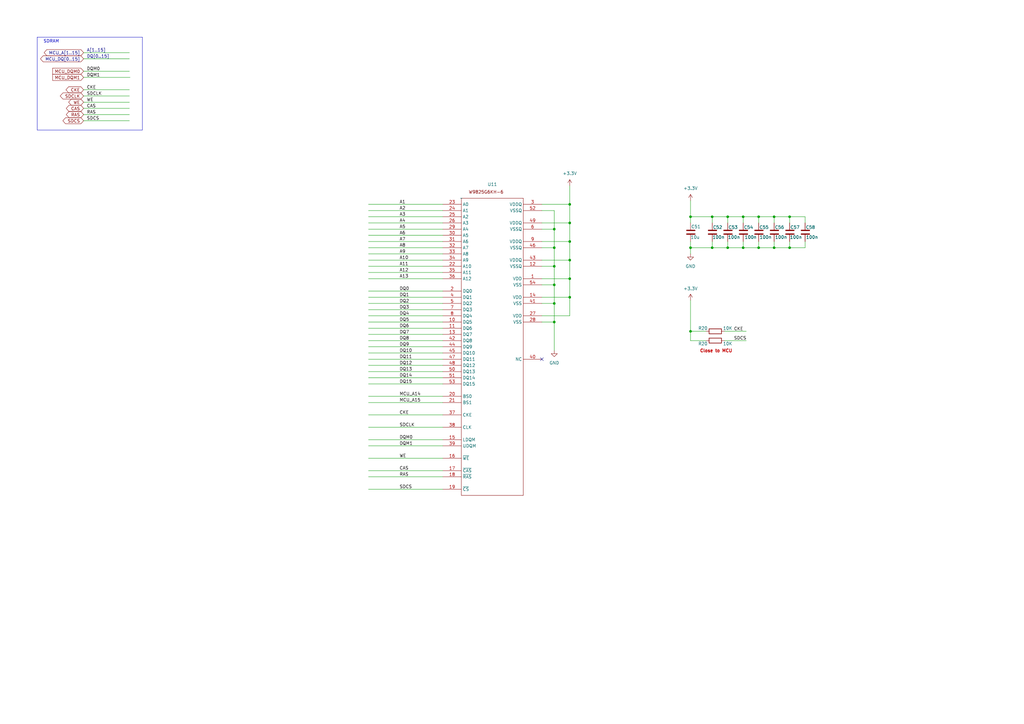
<source format=kicad_sch>
(kicad_sch (version 20230121) (generator eeschema)
  (paper "A3")
  (lib_symbols
    (symbol "RA8:Cap_2" (pin_numbers hide) (pin_names hide)
      (property "Reference" "C10" (at 2.54 -1.27 90))
      (property "Value" "10u" (at 1.2699 2.54 90))
      (symbol "Cap_2_0_1"
        (polyline (pts (xy -0.762 -1.778) (xy -0.762 1.524)) (stroke (width 0.5)))
        (polyline (pts (xy 0.762 -1.778) (xy 0.762 1.524)) (stroke (width 0.5)))
      )
      (symbol "Cap_2_1_1"
        (pin passive line (at -3.81 0 0) (length 2.8) (name "~") (number "1"))
        (pin passive line (at 3.81 0 180) (length 2.8) (name "~") (number "2"))
      )
    )
    (symbol "RA8:Res" (pin_numbers hide) (pin_names hide)
      (property "Reference" "R1" (at -5.08 1.27 0))
      (property "Comment" "10K/1%" (at 7.62 1.27 0))
      (symbol "Res_0_1"
        (rectangle (start -2.54 1.016) (end 2.54 -1.016) (stroke (width 0.254)))
      )
      (symbol "Res_1_1"
        (pin passive line (at -3.81 0 0) (length 1.27) (name "~") (number "1"))
        (pin passive line (at 3.81 0 180) (length 1.27) (name "~") (number "2"))
      )
    )
    (symbol "RA8:W9825G6KH-6"
      (property "Reference" "U" (at 0 0 0))
      (symbol "W9825G6KH-6_0_1"
        (rectangle (start 0 0) (end 25.4 -121.92))
      )
      (symbol "W9825G6KH-6_1_1"
        (text "W9825G6KH-6\n" (at 10.16 2.54 0) (effects (font (size 1.27 1.27))))
        (pin input line (at 33.02 -33.02 180) (length 7.62) (name "VDD") (number "1"))
        (pin input line (at -7.62 -50.8 0) (length 7.62) (name "DQ5") (number "10"))
        (pin input line (at -7.62 -53.34 0) (length 7.62) (name "DQ6") (number "11"))
        (pin input line (at 33.02 -27.94 180) (length 7.62) (name "VSSQ") (number "12"))
        (pin input line (at -7.62 -55.88 0) (length 7.62) (name "DQ7") (number "13"))
        (pin input line (at 33.02 -40.64 180) (length 7.62) (name "VDD") (number "14"))
        (pin input line (at -7.62 -99.06 0) (length 7.62) (name "LDQM") (number "15"))
        (pin input line (at -7.62 -106.68 0) (length 7.62) (name "~{WE}") (number "16"))
        (pin input line (at -7.62 -111.76 0) (length 7.62) (name "~{CAS}") (number "17"))
        (pin input line (at -7.62 -114.3 0) (length 7.62) (name "~{RAS}") (number "18"))
        (pin input line (at -7.62 -119.38 0) (length 7.62) (name "~{CS}") (number "19"))
        (pin input line (at -7.62 -38.1 0) (length 7.62) (name "DQ0") (number "2"))
        (pin input line (at -7.62 -81.28 0) (length 7.62) (name "BS0") (number "20"))
        (pin input line (at -7.62 -83.82 0) (length 7.62) (name "BS1") (number "21"))
        (pin input line (at -7.62 -27.94 0) (length 7.62) (name "A10") (number "22"))
        (pin input line (at -7.62 -2.54 0) (length 7.62) (name "A0") (number "23"))
        (pin input line (at -7.62 -5.08 0) (length 7.62) (name "A1") (number "24"))
        (pin input line (at -7.62 -7.62 0) (length 7.62) (name "A2") (number "25"))
        (pin input line (at -7.62 -10.16 0) (length 7.62) (name "A3") (number "26"))
        (pin input line (at 33.02 -48.26 180) (length 7.62) (name "VDD") (number "27"))
        (pin input line (at 33.02 -50.8 180) (length 7.62) (name "VSS") (number "28"))
        (pin input line (at -7.62 -12.7 0) (length 7.62) (name "A4") (number "29"))
        (pin input line (at 33.02 -2.54 180) (length 7.62) (name "VDDQ") (number "3"))
        (pin input line (at -7.62 -15.24 0) (length 7.62) (name "A5") (number "30"))
        (pin input line (at -7.62 -17.78 0) (length 7.62) (name "A6") (number "31"))
        (pin input line (at -7.62 -20.32 0) (length 7.62) (name "A7") (number "32"))
        (pin input line (at -7.62 -22.86 0) (length 7.62) (name "A8") (number "33"))
        (pin input line (at -7.62 -25.4 0) (length 7.62) (name "A9") (number "34"))
        (pin input line (at -7.62 -30.48 0) (length 7.62) (name "A11") (number "35"))
        (pin input line (at -7.62 -33.02 0) (length 7.62) (name "A12") (number "36"))
        (pin input line (at -7.62 -88.9 0) (length 7.62) (name "CKE") (number "37"))
        (pin input line (at -7.62 -93.98 0) (length 7.62) (name "CLK") (number "38"))
        (pin input line (at -7.62 -101.6 0) (length 7.62) (name "UDQM") (number "39"))
        (pin input line (at -7.62 -40.64 0) (length 7.62) (name "DQ1") (number "4"))
        (pin input line (at 33.02 -66.04 180) (length 7.62) (name "NC") (number "40"))
        (pin input line (at 33.02 -43.18 180) (length 7.62) (name "VSS") (number "41"))
        (pin input line (at -7.62 -58.42 0) (length 7.62) (name "DQ8") (number "42"))
        (pin input line (at 33.02 -25.4 180) (length 7.62) (name "VDDQ") (number "43"))
        (pin input line (at -7.62 -60.96 0) (length 7.62) (name "DQ9") (number "44"))
        (pin input line (at -7.62 -63.5 0) (length 7.62) (name "DQ10") (number "45"))
        (pin input line (at 33.02 -20.32 180) (length 7.62) (name "VSSQ") (number "46"))
        (pin input line (at -7.62 -66.04 0) (length 7.62) (name "DQ11") (number "47"))
        (pin input line (at -7.62 -68.58 0) (length 7.62) (name "DQ12") (number "48"))
        (pin input line (at 33.02 -10.16 180) (length 7.62) (name "VDDQ") (number "49"))
        (pin input line (at -7.62 -43.18 0) (length 7.62) (name "DQ2") (number "5"))
        (pin input line (at -7.62 -71.12 0) (length 7.62) (name "DQ13") (number "50"))
        (pin input line (at -7.62 -73.66 0) (length 7.62) (name "DQ14") (number "51"))
        (pin input line (at 33.02 -5.08 180) (length 7.62) (name "VSSQ") (number "52"))
        (pin input line (at -7.62 -76.2 0) (length 7.62) (name "DQ15") (number "53"))
        (pin input line (at 33.02 -35.56 180) (length 7.62) (name "VSS") (number "54"))
        (pin input line (at 33.02 -12.7 180) (length 7.62) (name "VSSQ") (number "6"))
        (pin input line (at -7.62 -45.72 0) (length 7.62) (name "DQ3") (number "7"))
        (pin input line (at -7.62 -48.26 0) (length 7.62) (name "DQ4") (number "8"))
        (pin input line (at 33.02 -17.78 180) (length 7.62) (name "VDDQ") (number "9"))
      )
    )
    (symbol "power:+3.3V" (power) (pin_names (offset 0))
      (property "Value" "+3.3V" (at 0 3.556 0))
      (symbol "+3.3V_0_1"
        (polyline (pts (xy -0.762 1.27) (xy 0 2.54)))
        (polyline (pts (xy 0 0) (xy 0 2.54)))
        (polyline (pts (xy 0 2.54) (xy 0.762 1.27)))
      )
      (symbol "+3.3V_1_1"
        (pin power_in line (at 0 0 90) (length 0) hide (name "+3.3V") (number "1"))
      )
    )
    (symbol "power:GND" (power) (pin_names (offset 0))
      (property "Value" "GND" (at 0 -3.81 0))
      (symbol "GND_0_1"
        (polyline (pts (xy 0 0) (xy 0 -1.27) (xy 1.27 -1.27) (xy 0 -2.54) (xy -1.27 -1.27) (xy 0 -1.27)))
      )
      (symbol "GND_1_1"
        (pin power_in line (at 0 0 270) (length 0) hide (name "GND") (number "1"))
      )
    )
  )
  (junction (at 227.33 93.98))
  (junction (at 323.85 88.9))
  (junction (at 233.68 106.68))
  (junction (at 317.5 88.9))
  (junction (at 233.68 121.92))
  (junction (at 292.1 101.6))
  (junction (at 227.33 109.22))
  (junction (at 283.21 135.89))
  (junction (at 323.85 101.6))
  (junction (at 298.45 101.6))
  (junction (at 233.68 99.06))
  (junction (at 227.33 124.46))
  (junction (at 227.33 116.84))
  (junction (at 227.33 132.08))
  (junction (at 311.15 101.6))
  (junction (at 233.68 83.82))
  (junction (at 283.21 101.6))
  (junction (at 292.1 88.9))
  (junction (at 311.15 88.9))
  (junction (at 304.8 88.9))
  (junction (at 317.5 101.6))
  (junction (at 298.45 88.9))
  (junction (at 233.68 91.44))
  (junction (at 233.68 114.3))
  (junction (at 227.33 101.6))
  (junction (at 283.21 88.9))
  (junction (at 304.8 101.6))
  (no_connect (at 222.25 147.32))
  (wire (pts (xy 222.25 132.08) (xy 227.33 132.08)))
  (wire (pts (xy 151.13 139.7) (xy 181.61 139.7)))
  (wire (pts (xy 222.25 99.06) (xy 233.68 99.06)))
  (wire (pts (xy 151.13 114.3) (xy 181.61 114.3)))
  (wire (pts (xy 283.21 101.6) (xy 283.21 104.14)))
  (wire (pts (xy 151.13 119.38) (xy 181.61 119.38)))
  (wire (pts (xy 233.68 91.44) (xy 233.68 83.82)))
  (wire (pts (xy 151.13 111.76) (xy 181.61 111.76)))
  (wire (pts (xy 304.8 101.6) (xy 311.15 101.6)))
  (wire (pts (xy 317.5 101.6) (xy 323.85 101.6)))
  (wire (pts (xy 330.2 101.6) (xy 330.2 99.06)))
  (wire (pts (xy 233.68 129.54) (xy 233.68 121.92)))
  (wire (pts (xy 292.1 99.06) (xy 292.1 101.6)))
  (wire (pts (xy 151.13 165.1) (xy 181.61 165.1)))
  (wire (pts (xy 151.13 147.32) (xy 181.61 147.32)))
  (wire (pts (xy 304.8 99.06) (xy 304.8 101.6)))
  (wire (pts (xy 222.25 124.46) (xy 227.33 124.46)))
  (wire (pts (xy 34.29 21.59) (xy 53.086 21.59)))
  (wire (pts (xy 222.25 93.98) (xy 227.33 93.98)))
  (wire (pts (xy 151.13 193.04) (xy 181.61 193.04)))
  (wire (pts (xy 222.25 106.68) (xy 233.68 106.68)))
  (wire (pts (xy 283.21 139.7) (xy 289.56 139.7)))
  (wire (pts (xy 151.13 134.62) (xy 181.61 134.62)))
  (wire (pts (xy 311.15 88.9) (xy 317.5 88.9)))
  (wire (pts (xy 304.8 88.9) (xy 304.8 91.44)))
  (wire (pts (xy 151.13 91.44) (xy 181.61 91.44)))
  (wire (pts (xy 222.25 91.44) (xy 233.68 91.44)))
  (wire (pts (xy 34.29 44.45) (xy 53.086 44.45)))
  (wire (pts (xy 151.13 83.82) (xy 181.61 83.82)))
  (wire (pts (xy 222.25 121.92) (xy 233.68 121.92)))
  (wire (pts (xy 151.13 101.6) (xy 181.61 101.6)))
  (wire (pts (xy 222.25 116.84) (xy 227.33 116.84)))
  (wire (pts (xy 317.5 88.9) (xy 323.85 88.9)))
  (wire (pts (xy 283.21 88.9) (xy 292.1 88.9)))
  (wire (pts (xy 222.25 129.54) (xy 233.68 129.54)))
  (wire (pts (xy 34.29 24.13) (xy 53.086 24.13)))
  (wire (pts (xy 317.5 99.06) (xy 317.5 101.6)))
  (wire (pts (xy 151.13 86.36) (xy 181.61 86.36)))
  (wire (pts (xy 151.13 154.94) (xy 181.61 154.94)))
  (wire (pts (xy 34.29 36.83) (xy 53.086 36.83)))
  (wire (pts (xy 330.2 88.9) (xy 330.2 91.44)))
  (wire (pts (xy 283.21 99.06) (xy 283.21 101.6)))
  (wire (pts (xy 151.13 137.16) (xy 181.61 137.16)))
  (wire (pts (xy 227.33 109.22) (xy 227.33 116.84)))
  (wire (pts (xy 34.29 49.53) (xy 53.086 49.53)))
  (wire (pts (xy 34.29 41.91) (xy 53.086 41.91)))
  (wire (pts (xy 317.5 88.9) (xy 317.5 91.44)))
  (wire (pts (xy 151.13 162.56) (xy 181.61 162.56)))
  (wire (pts (xy 227.33 93.98) (xy 227.33 101.6)))
  (wire (pts (xy 227.33 132.08) (xy 227.33 143.764)))
  (wire (pts (xy 323.85 101.6) (xy 330.2 101.6)))
  (wire (pts (xy 283.21 135.89) (xy 289.56 135.89)))
  (wire (pts (xy 151.13 99.06) (xy 181.61 99.06)))
  (wire (pts (xy 323.85 88.9) (xy 330.2 88.9)))
  (wire (pts (xy 222.25 114.3) (xy 233.68 114.3)))
  (wire (pts (xy 151.13 127) (xy 181.61 127)))
  (wire (pts (xy 233.68 121.92) (xy 233.68 114.3)))
  (wire (pts (xy 298.45 88.9) (xy 298.45 91.44)))
  (wire (pts (xy 151.13 109.22) (xy 181.61 109.22)))
  (wire (pts (xy 283.21 135.89) (xy 283.21 139.7)))
  (wire (pts (xy 311.15 101.6) (xy 317.5 101.6)))
  (wire (pts (xy 151.13 124.46) (xy 181.61 124.46)))
  (wire (pts (xy 283.21 101.6) (xy 292.1 101.6)))
  (wire (pts (xy 227.33 101.6) (xy 227.33 109.22)))
  (wire (pts (xy 283.21 82.296) (xy 283.21 88.9)))
  (wire (pts (xy 222.25 83.82) (xy 233.68 83.82)))
  (wire (pts (xy 227.33 124.46) (xy 227.33 132.08)))
  (wire (pts (xy 292.1 101.6) (xy 298.45 101.6)))
  (wire (pts (xy 233.68 106.68) (xy 233.68 99.06)))
  (wire (pts (xy 298.45 99.06) (xy 298.45 101.6)))
  (wire (pts (xy 151.13 132.08) (xy 181.61 132.08)))
  (wire (pts (xy 298.45 88.9) (xy 304.8 88.9)))
  (wire (pts (xy 298.45 101.6) (xy 304.8 101.6)))
  (wire (pts (xy 151.13 187.96) (xy 181.61 187.96)))
  (wire (pts (xy 151.13 170.18) (xy 181.61 170.18)))
  (wire (pts (xy 227.33 86.36) (xy 227.33 93.98)))
  (wire (pts (xy 311.15 99.06) (xy 311.15 101.6)))
  (wire (pts (xy 34.29 31.75) (xy 53.34 31.75)))
  (wire (pts (xy 222.25 109.22) (xy 227.33 109.22)))
  (wire (pts (xy 151.13 96.52) (xy 181.61 96.52)))
  (wire (pts (xy 151.13 106.68) (xy 181.61 106.68)))
  (wire (pts (xy 311.15 88.9) (xy 311.15 91.44)))
  (wire (pts (xy 34.29 46.99) (xy 53.086 46.99)))
  (wire (pts (xy 297.18 139.7) (xy 306.07 139.7)))
  (wire (pts (xy 151.13 149.86) (xy 181.61 149.86)))
  (wire (pts (xy 151.13 157.48) (xy 181.61 157.48)))
  (wire (pts (xy 151.13 175.26) (xy 181.61 175.26)))
  (wire (pts (xy 323.85 88.9) (xy 323.85 91.44)))
  (wire (pts (xy 151.13 129.54) (xy 181.61 129.54)))
  (wire (pts (xy 297.18 135.89) (xy 306.07 135.89)))
  (wire (pts (xy 233.68 114.3) (xy 233.68 106.68)))
  (wire (pts (xy 151.13 93.98) (xy 181.61 93.98)))
  (wire (pts (xy 222.25 86.36) (xy 227.33 86.36)))
  (wire (pts (xy 222.25 101.6) (xy 227.33 101.6)))
  (wire (pts (xy 283.21 88.9) (xy 283.21 91.44)))
  (wire (pts (xy 151.13 182.88) (xy 181.61 182.88)))
  (wire (pts (xy 151.13 104.14) (xy 181.61 104.14)))
  (wire (pts (xy 292.1 88.9) (xy 298.45 88.9)))
  (wire (pts (xy 151.13 152.4) (xy 181.61 152.4)))
  (wire (pts (xy 292.1 88.9) (xy 292.1 91.44)))
  (wire (pts (xy 283.21 123.19) (xy 283.21 135.89)))
  (wire (pts (xy 304.8 88.9) (xy 311.15 88.9)))
  (wire (pts (xy 227.33 116.84) (xy 227.33 124.46)))
  (wire (pts (xy 151.13 88.9) (xy 181.61 88.9)))
  (wire (pts (xy 151.13 144.78) (xy 181.61 144.78)))
  (wire (pts (xy 34.29 29.21) (xy 53.086 29.21)))
  (wire (pts (xy 233.68 76.2) (xy 233.68 83.82)))
  (wire (pts (xy 34.29 39.37) (xy 53.086 39.37)))
  (wire (pts (xy 151.13 195.58) (xy 181.61 195.58)))
  (wire (pts (xy 233.68 99.06) (xy 233.68 91.44)))
  (wire (pts (xy 151.13 200.66) (xy 181.61 200.66)))
  (wire (pts (xy 151.13 180.34) (xy 181.61 180.34)))
  (wire (pts (xy 151.13 142.24) (xy 181.61 142.24)))
  (wire (pts (xy 323.85 99.06) (xy 323.85 101.6)))
  (wire (pts (xy 151.13 121.92) (xy 181.61 121.92)))
  (rectangle (start 15.24 15.24) (end 58.42 53.34))
  (text "SDRAM" (at 17.78 17.78 0) (effects (font (size 1.27 1.27)) (justify left bottom)))
  (text "Close to MCU" (at 287.02 144.78 0) (effects (font (size 1.27 1.27) bold) (justify left bottom)))
  (label "A1" (at 163.83 83.82 0))
  (label "CAS" (at 163.83 193.04 0))
  (label "A6" (at 163.83 96.52 0))
  (label "A9" (at 163.83 104.14 0))
  (label "DQM1" (at 163.83 182.88 0))
  (label "A10" (at 163.83 106.68 0))
  (label "WE" (at 35.56 41.91 0))
  (label "RAS" (at 35.56 46.99 0))
  (label "SDCS" (at 163.83 200.66 0))
  (label "DQ0" (at 163.83 119.38 0))
  (label "DQM1" (at 35.56 31.75 0))
  (label "SDCS" (at 300.99 139.7 0))
  (label "CKE" (at 300.99 135.89 0))
  (label "DQ14" (at 163.83 154.94 0))
  (label "DQ11" (at 163.83 147.32 0))
  (label "MCU_A15" (at 163.8222 165.1 0))
  (label "DQ5" (at 163.83 132.08 0))
  (label "A4" (at 163.83 91.44 0))
  (label "WE" (at 163.83 187.96 0))
  (label "DQ7" (at 163.83 137.16 0))
  (label "A[1..15]" (at 35.56 21.59 0))
  (label "DQ13" (at 163.83 152.4 0))
  (label "A8" (at 163.83 101.6 0))
  (label "CAS" (at 35.56 44.45 0))
  (label "SDCLK" (at 163.83 175.26 0))
  (label "SDCS" (at 35.56 49.53 0))
  (label "RAS" (at 163.83 195.58 0))
  (label "A11" (at 163.83 109.22 0))
  (label "DQ4" (at 163.83 129.54 0))
  (label "DQ2" (at 163.83 124.46 0))
  (label "DQ3" (at 163.83 127 0))
  (label "DQM0" (at 35.56 29.21 0))
  (label "CKE" (at 35.56 36.83 0))
  (label "A5" (at 163.83 93.98 0))
  (label "DQ8" (at 163.83 139.7 0))
  (label "A12" (at 163.83 111.76 0))
  (label "A13" (at 163.83 114.3 0))
  (label "A7" (at 163.83 99.06 0))
  (label "A3" (at 163.83 88.9 0))
  (label "DQM0" (at 163.83 180.34 0))
  (label "CKE" (at 163.83 170.18 0))
  (label "SDCLK" (at 35.56 39.37 0))
  (label "MCU_A14" (at 163.83 162.56 0))
  (label "DQ9" (at 163.83 142.24 0))
  (label "DQ1" (at 163.83 121.92 0))
  (label "A2" (at 163.83 86.36 0))
  (label "DQ15" (at 163.83 157.48 0))
  (label "DQ12" (at 163.83 149.86 0))
  (label "DQ[0..15]" (at 35.56 24.13 0))
  (label "DQ10" (at 163.83 144.78 0))
  (label "DQ6" (at 163.83 134.62 0))
  (global_label "SDCS" (shape bidirectional) (at 34.29 49.53 180) (property "Intersheetrefs" "${INTERSHEET_REFS}" (effects hide)))
  (global_label "SDCLK" (shape bidirectional) (at 34.29 39.37 180) (property "Intersheetrefs" "${INTERSHEET_REFS}" (effects hide)))
  (global_label "MCU_DQ[0..15]" (shape bidirectional) (at 34.29 24.13 180) (property "Intersheetrefs" "${INTERSHEET_REFS}" (effects hide)))
  (global_label "CAS" (shape bidirectional) (at 34.29 44.45 180) (property "Intersheetrefs" "${INTERSHEET_REFS}" (effects hide)))
  (global_label "WE" (shape bidirectional) (at 34.29 41.91 180) (property "Intersheetrefs" "${INTERSHEET_REFS}" (effects hide)))
  (global_label "RAS" (shape bidirectional) (at 34.29 46.99 180) (property "Intersheetrefs" "${INTERSHEET_REFS}" (effects hide)))
  (global_label "CKE" (shape bidirectional) (at 34.29 36.83 180) (property "Intersheetrefs" "${INTERSHEET_REFS}" (effects hide)))
  (global_label "MCU_DQM1" (shape input) (at 34.29 31.75 180) (property "Intersheetrefs" "${INTERSHEET_REFS}" (effects hide)))
  (global_label "MCU_A[1..15]" (shape bidirectional) (at 34.29 21.59 180) (property "Intersheetrefs" "${INTERSHEET_REFS}" (effects hide)))
  (global_label "MCU_DQM0" (shape input) (at 34.29 29.21 180) (property "Intersheetrefs" "${INTERSHEET_REFS}" (effects hide)))
  (symbol (lib_id "RA8:Cap_2") (at 311.15 95.25 90) (unit 1)
    (property "Reference" "C55" (at 311.404 93.218 90) (effects (justify right)))
    (property "Value" "100n" (at 316.484 97.282 90) (effects (justify left)))
    (property "Footprint" "RA8Library:C0402" (effects hide))
    (property "Manufacturer" "SAMSUNG(三星)" (effects hide))
    (property "Comment" "10u" (effects hide))
  )
  (symbol (lib_id "RA8:Res") (at 293.37 135.89 0) (mirror y) (unit 1)
    (property "Reference" "R20" (at 288.29 134.62 0))
    (property "Value" "10K" (at 298.45 134.62 0))
    (property "Footprint" "RA8Library:R0402" (effects hide))
    (property "Manufacturer" "YAGEO(国巨)" (effects hide))
    (property "Comment" "10K/1%" (effects hide))
    (instances (project "RA8_main" (path "" (reference "R20") (unit 1)) (path "" (reference "R44") (unit 1)) (path "" (reference "R46") (unit 1))))
  )
  (symbol (lib_id "RA8:Cap_2") (at 298.45 95.25 90) (unit 1)
    (property "Reference" "C53" (at 298.704 93.218 90) (effects (justify right)))
    (property "Value" "100n" (at 303.53 97.282 90) (effects (justify left)))
    (property "Footprint" "RA8Library:C0402" (effects hide))
    (property "Manufacturer" "SAMSUNG(三星)" (effects hide))
    (property "Comment" "10u" (effects hide))
  )
  (symbol (lib_id "power:GND") (at 283.21 104.14 0) (unit 1)
    (property "Reference" "#PWR0105" (effects hide))
    (property "Value" "GND" (at 283.21 109.22 0))
  )
  (symbol (lib_id "RA8:Cap_2") (at 283.21 95.25 90) (unit 1)
    (property "Reference" "C51" (at 283.464 92.964 90) (effects (justify right)))
    (property "Value" "10u" (at 287.02 97.282 90) (effects (justify left)))
    (property "Footprint" "RA8Library:C0402" (effects hide))
    (property "Manufacturer" "SAMSUNG(三星)" (effects hide))
    (property "Comment" "10u" (effects hide))
  )
  (symbol (lib_id "RA8:Cap_2") (at 292.1 95.25 90) (unit 1)
    (property "Reference" "C52" (at 292.354 93.218 90) (effects (justify right)))
    (property "Value" "100n" (at 297.18 97.282 90) (effects (justify left)))
    (property "Footprint" "RA8Library:C0402" (effects hide))
    (property "Manufacturer" "SAMSUNG(三星)" (effects hide))
    (property "Comment" "10u" (effects hide))
  )
  (symbol (lib_id "RA8:Res") (at 293.37 139.7 0) (mirror y) (unit 1)
    (property "Reference" "R20" (at 288.29 140.97 0))
    (property "Value" "10K" (at 298.45 140.97 0))
    (property "Footprint" "RA8Library:R0402" (effects hide))
    (property "Manufacturer" "YAGEO(国巨)" (effects hide))
    (property "Comment" "10K/1%" (effects hide))
    (instances (project "RA8_main" (path "" (reference "R20") (unit 1)) (path "" (reference "R45") (unit 1)) (path "" (reference "R47") (unit 1))))
  )
  (symbol (lib_id "RA8:Cap_2") (at 317.5 95.25 90) (unit 1)
    (property "Reference" "C56" (at 317.754 93.218 90) (effects (justify right)))
    (property "Value" "100n" (at 322.834 97.282 90) (effects (justify left)))
    (property "Footprint" "RA8Library:C0402" (effects hide))
    (property "Manufacturer" "SAMSUNG(三星)" (effects hide))
    (property "Comment" "10u" (effects hide))
  )
  (symbol (lib_id "power:+3.3V") (at 233.68 76.2 0) (unit 1)
    (property "Reference" "#PWR0101" (effects hide))
    (property "Value" "+3.3V" (at 233.68 71.12 0))
  )
  (symbol (lib_id "power:GND") (at 227.33 143.764 0) (unit 1)
    (property "Reference" "#PWR0100" (effects hide))
    (property "Value" "GND" (at 227.33 148.844 0))
  )
  (symbol (lib_id "RA8:Cap_2") (at 323.85 95.25 90) (unit 1)
    (property "Reference" "C57" (at 324.104 93.218 90) (effects (justify right)))
    (property "Value" "100n" (at 328.93 97.282 90) (effects (justify left)))
    (property "Footprint" "RA8Library:C0402" (effects hide))
    (property "Manufacturer" "SAMSUNG(三星)" (effects hide))
    (property "Comment" "10u" (effects hide))
  )
  (symbol (lib_id "RA8:Cap_2") (at 304.8 95.25 90) (unit 1)
    (property "Reference" "C54" (at 305.054 93.218 90) (effects (justify right)))
    (property "Value" "100n" (at 310.388 97.282 90) (effects (justify left)))
    (property "Footprint" "RA8Library:C0402" (effects hide))
    (property "Manufacturer" "SAMSUNG(三星)" (effects hide))
    (property "Comment" "10u" (effects hide))
  )
  (symbol (lib_id "power:+3.3V") (at 283.21 123.19 0) (unit 1)
    (property "Reference" "#PWR0112" (effects hide))
    (property "Value" "+3.3V" (at 283.21 118.364 0))
    (instances (project "rtt_lcd_v3.1" (path "" (reference "#PWR0112") (unit 1))) (project "art-link" (path "" (reference "#PWR017") (unit 1))) (project "RA8_main" (path "" (reference "#PWR084") (unit 1)) (path "" (reference "#PWR054") (unit 1)) (path "" (reference "#PWR0112") (unit 1)) (path "" (reference "#PWR0106") (unit 1))) (project "8.ART_Link" (path "" (reference "#PWR0112") (unit 1))) (project "power" (path "" (reference "#PWR06") (unit 1))))
  )
  (symbol (lib_id "RA8:W9825G6KH-6") (at 189.23 81.28 0) (unit 1)
    (property "Reference" "U11" (at 201.93 75.6073 0))
    (property "Value" "~" (at 189.23 81.28 0))
    (property "Footprint" "RA8Library:TSOP-54_L22.2-W10.2-w9825" (effects hide))
  )
  (symbol (lib_id "RA8:Cap_2") (at 330.2 95.25 90) (unit 1)
    (property "Reference" "C58" (at 330.454 93.218 90) (effects (justify right)))
    (property "Value" "100n" (at 335.534 97.282 90) (effects (justify left)))
    (property "Footprint" "RA8Library:C0402" (effects hide))
    (property "Manufacturer" "SAMSUNG(三星)" (effects hide))
    (property "Comment" "10u" (effects hide))
  )
  (symbol (lib_id "power:+3.3V") (at 283.21 82.296 0) (unit 1)
    (property "Reference" "#PWR0104" (effects hide))
    (property "Value" "+3.3V" (at 283.21 77.216 0))
  )
)
</source>
